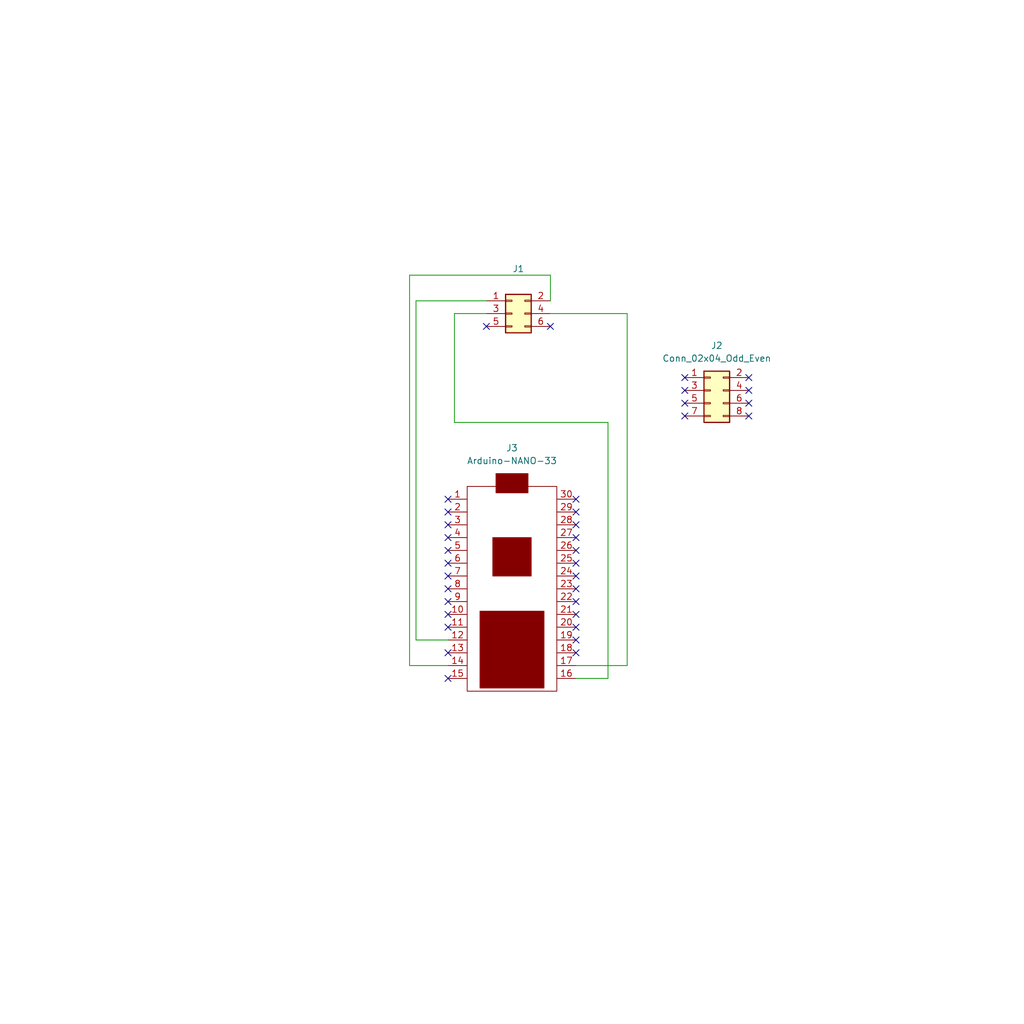
<source format=kicad_sch>
(kicad_sch (version 20230121) (generator eeschema)
  (paper "User" 203.225 203.225)
  (title_block (title "Human Presence Board") (date "8:21 AM 10 Jul 2023") (comment 1 "Welcome to your new project. Imagine what you can build here.") (comment 2 "https://www.flux.ai/strabley/human-presence-board"))
  (lib_symbols
    (symbol "Arduino-nano-33:Arduino-NANO-33" (pin_names (offset 1.016) hide)
      (property "Reference" "J" (at 0 24.765 0))
      (property "Value" "Arduino-NANO-33" (at 1.27 -22.86 0))
      (symbol "Arduino-NANO-33_0_1"
        (rectangle (start -8.89 -20.32) (end 8.89 20.32))
        (rectangle (start -3.81 10.16) (end 3.81 2.54) (fill (type outline)))
        (rectangle (start -3.175 22.86) (end 3.175 19.05) (fill (type outline)))
        (rectangle (start 6.35 -19.685) (end -6.35 -4.445) (fill (type outline)))
      )
      (symbol "Arduino-NANO-33_1_1"
        (pin passive line (at -12.7 17.78 0) (length 3.81) (name "1") (number "1"))
        (pin passive line (at -12.7 -5.08 0) (length 3.81) (name "10") (number "10"))
        (pin passive line (at -12.7 -7.62 0) (length 3.81) (name "11") (number "11"))
        (pin passive line (at -12.7 -10.16 0) (length 3.81) (name "12") (number "12"))
        (pin passive line (at -12.7 -12.7 0) (length 3.81) (name "13") (number "13"))
        (pin passive line (at -12.7 -15.24 0) (length 3.81) (name "14") (number "14"))
        (pin passive line (at -12.7 -17.78 0) (length 3.81) (name "15") (number "15"))
        (pin passive line (at 12.7 -17.78 180) (length 3.81) (name "16") (number "16"))
        (pin passive line (at 12.7 -15.24 180) (length 3.81) (name "17") (number "17"))
        (pin passive line (at 12.7 -12.7 180) (length 3.81) (name "18") (number "18"))
        (pin passive line (at 12.7 -10.16 180) (length 3.81) (name "19") (number "19"))
        (pin passive line (at -12.7 15.24 0) (length 3.81) (name "2") (number "2"))
        (pin passive line (at 12.7 -7.62 180) (length 3.81) (name "20") (number "20"))
        (pin passive line (at 12.7 -5.08 180) (length 3.81) (name "21") (number "21"))
        (pin passive line (at 12.7 -2.54 180) (length 3.81) (name "22") (number "22"))
        (pin passive line (at 12.7 0 180) (length 3.81) (name "23") (number "23"))
        (pin passive line (at 12.7 2.54 180) (length 3.81) (name "24") (number "24"))
        (pin passive line (at 12.7 5.08 180) (length 3.81) (name "25") (number "25"))
        (pin passive line (at 12.7 7.62 180) (length 3.81) (name "26") (number "26"))
        (pin passive line (at 12.7 10.16 180) (length 3.81) (name "27") (number "27"))
        (pin passive line (at 12.7 12.7 180) (length 3.81) (name "28") (number "28"))
        (pin passive line (at 12.7 15.24 180) (length 3.81) (name "29") (number "29"))
        (pin passive line (at -12.7 12.7 0) (length 3.81) (name "3") (number "3"))
        (pin passive line (at 12.7 17.78 180) (length 3.81) (name "30") (number "30"))
        (pin passive line (at -12.7 10.16 0) (length 3.81) (name "4") (number "4"))
        (pin passive line (at -12.7 7.62 0) (length 3.81) (name "5") (number "5"))
        (pin passive line (at -12.7 5.08 0) (length 3.81) (name "6") (number "6"))
        (pin passive line (at -12.7 2.54 0) (length 3.81) (name "7") (number "7"))
        (pin passive line (at -12.7 0 0) (length 3.81) (name "8") (number "8"))
        (pin passive line (at -12.7 -2.54 0) (length 3.81) (name "9") (number "9"))
      )
    )
    (symbol "Connector_Generic:Conn_02x03_Odd_Even" (pin_names (offset 1.016) hide)
      (property "Reference" "J" (at 1.27 5.08 0))
      (property "Value" "Conn_02x03_Odd_Even" (at 1.27 -5.08 0))
      (symbol "Conn_02x03_Odd_Even_1_1"
        (rectangle (start -1.27 -2.413) (end 0 -2.667) (stroke (width 0.1524)))
        (rectangle (start -1.27 0.127) (end 0 -0.127) (stroke (width 0.1524)))
        (rectangle (start -1.27 2.667) (end 0 2.413) (stroke (width 0.1524)))
        (rectangle (start -1.27 3.81) (end 3.81 -3.81) (stroke (width 0.254)) (fill (type background)))
        (rectangle (start 3.81 -2.413) (end 2.54 -2.667) (stroke (width 0.1524)))
        (rectangle (start 3.81 0.127) (end 2.54 -0.127) (stroke (width 0.1524)))
        (rectangle (start 3.81 2.667) (end 2.54 2.413) (stroke (width 0.1524)))
        (pin passive line (at -5.08 2.54 0) (length 3.81) (name "Pin_1") (number "1"))
        (pin passive line (at 7.62 2.54 180) (length 3.81) (name "Pin_2") (number "2"))
        (pin passive line (at -5.08 0 0) (length 3.81) (name "Pin_3") (number "3"))
        (pin passive line (at 7.62 0 180) (length 3.81) (name "Pin_4") (number "4"))
        (pin passive line (at -5.08 -2.54 0) (length 3.81) (name "Pin_5") (number "5"))
        (pin passive line (at 7.62 -2.54 180) (length 3.81) (name "Pin_6") (number "6"))
      )
    )
    (symbol "Connector_Generic:Conn_02x04_Odd_Even" (pin_names (offset 1.016) hide)
      (property "Reference" "J" (at 1.27 5.08 0))
      (property "Value" "Conn_02x04_Odd_Even" (at 1.27 -7.62 0))
      (symbol "Conn_02x04_Odd_Even_1_1"
        (rectangle (start -1.27 -4.953) (end 0 -5.207) (stroke (width 0.1524)))
        (rectangle (start -1.27 -2.413) (end 0 -2.667) (stroke (width 0.1524)))
        (rectangle (start -1.27 0.127) (end 0 -0.127) (stroke (width 0.1524)))
        (rectangle (start -1.27 2.667) (end 0 2.413) (stroke (width 0.1524)))
        (rectangle (start -1.27 3.81) (end 3.81 -6.35) (stroke (width 0.254)) (fill (type background)))
        (rectangle (start 3.81 -4.953) (end 2.54 -5.207) (stroke (width 0.1524)))
        (rectangle (start 3.81 -2.413) (end 2.54 -2.667) (stroke (width 0.1524)))
        (rectangle (start 3.81 0.127) (end 2.54 -0.127) (stroke (width 0.1524)))
        (rectangle (start 3.81 2.667) (end 2.54 2.413) (stroke (width 0.1524)))
        (pin passive line (at -5.08 2.54 0) (length 3.81) (name "Pin_1") (number "1"))
        (pin passive line (at 7.62 2.54 180) (length 3.81) (name "Pin_2") (number "2"))
        (pin passive line (at -5.08 0 0) (length 3.81) (name "Pin_3") (number "3"))
        (pin passive line (at 7.62 0 180) (length 3.81) (name "Pin_4") (number "4"))
        (pin passive line (at -5.08 -2.54 0) (length 3.81) (name "Pin_5") (number "5"))
        (pin passive line (at 7.62 -2.54 180) (length 3.81) (name "Pin_6") (number "6"))
        (pin passive line (at -5.08 -5.08 0) (length 3.81) (name "Pin_7") (number "7"))
        (pin passive line (at 7.62 -5.08 180) (length 3.81) (name "Pin_8") (number "8"))
      )
    )
  )
  (no_connect (at 88.9 129.54))
  (no_connect (at 135.89 82.55))
  (no_connect (at 88.9 119.38))
  (no_connect (at 148.59 74.93))
  (no_connect (at 88.9 124.46))
  (no_connect (at 148.59 80.01))
  (no_connect (at 114.3 101.6))
  (no_connect (at 148.59 77.47))
  (no_connect (at 114.3 106.68))
  (no_connect (at 114.3 121.92))
  (no_connect (at 88.9 111.76))
  (no_connect (at 114.3 114.3))
  (no_connect (at 114.3 127))
  (no_connect (at 114.3 119.38))
  (no_connect (at 88.9 114.3))
  (no_connect (at 114.3 99.06))
  (no_connect (at 114.3 116.84))
  (no_connect (at 114.3 111.76))
  (no_connect (at 114.3 129.54))
  (no_connect (at 88.9 99.06))
  (no_connect (at 114.3 124.46))
  (no_connect (at 114.3 104.14))
  (no_connect (at 88.9 104.14))
  (no_connect (at 88.9 109.22))
  (no_connect (at 88.9 101.6))
  (no_connect (at 114.3 109.22))
  (no_connect (at 88.9 121.92))
  (no_connect (at 88.9 134.62))
  (no_connect (at 135.89 74.93))
  (no_connect (at 96.52 64.77))
  (no_connect (at 88.9 106.68))
  (no_connect (at 135.89 80.01))
  (no_connect (at 88.9 116.84))
  (no_connect (at 148.59 82.55))
  (no_connect (at 109.22 64.77))
  (no_connect (at 135.89 77.47))
  (wire (pts (xy 109.22 59.69) (xy 109.22 54.61)))
  (wire (pts (xy 81.28 132.08) (xy 88.9 132.08)))
  (wire (pts (xy 124.46 62.23) (xy 124.46 132.08)))
  (wire (pts (xy 114.3 132.08) (xy 124.46 132.08)))
  (wire (pts (xy 90.17 83.82) (xy 120.65 83.82)))
  (wire (pts (xy 82.55 127) (xy 88.9 127)))
  (wire (pts (xy 120.65 134.62) (xy 114.3 134.62)))
  (wire (pts (xy 109.22 62.23) (xy 124.46 62.23)))
  (wire (pts (xy 109.22 54.61) (xy 81.28 54.61)))
  (wire (pts (xy 96.52 62.23) (xy 90.17 62.23)))
  (wire (pts (xy 120.65 83.82) (xy 120.65 134.62)))
  (wire (pts (xy 82.55 59.69) (xy 82.55 127)))
  (wire (pts (xy 96.52 59.69) (xy 82.55 59.69)))
  (wire (pts (xy 81.28 54.61) (xy 81.28 132.08)))
  (wire (pts (xy 90.17 62.23) (xy 90.17 83.82)))
  (symbol (lib_id "Connector_Generic:Conn_02x03_Odd_Even") (at 101.6 62.23 0) (unit 1)
    (property "Reference" "J1" (at 102.87 53.34 0))
    (property "Value" "Conn_02x03_Odd_Even" (effects hide))
    (property "Footprint" "Connector_PinSocket_2.00mm:PinSocket_2x03_P2.00mm_Vertical" (effects hide))
  )
  (symbol (lib_id "Connector_Generic:Conn_02x04_Odd_Even") (at 140.97 77.47 0) (unit 1)
    (property "Reference" "J2" (at 142.24 68.58 0))
    (property "Value" "Conn_02x04_Odd_Even" (at 142.24 71.12 0))
    (property "Footprint" "Connector_PinSocket_2.00mm:PinSocket_2x04_P2.00mm_Vertical" (effects hide))
  )
  (symbol (lib_id "Arduino-nano-33:Arduino-NANO-33") (at 101.6 116.84 0) (unit 1)
    (property "Reference" "J3" (at 101.6 88.9 0))
    (property "Value" "Arduino-NANO-33" (at 101.6 91.44 0))
    (property "Footprint" "Nano_33:NANO_33_Footprint_SMD_Castell" (effects hide))
  )
)
</source>
